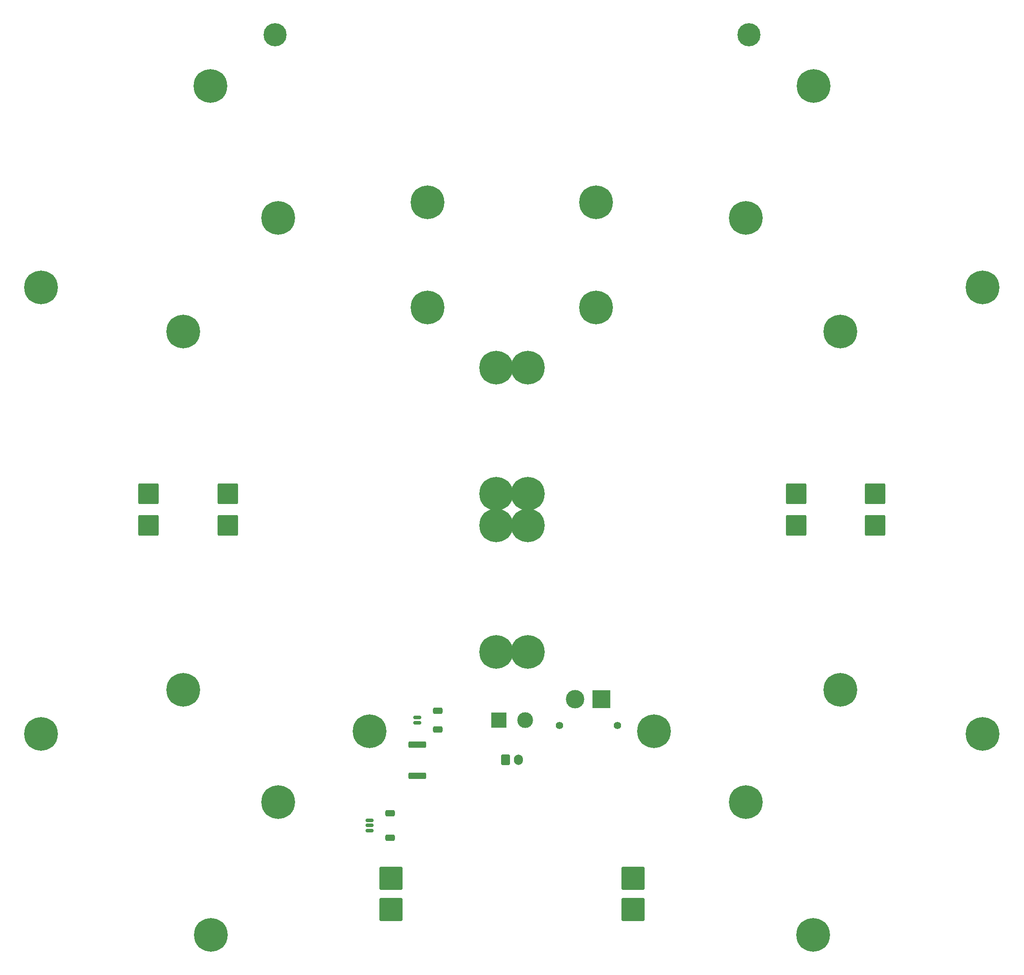
<source format=gts>
G04 #@! TF.GenerationSoftware,KiCad,Pcbnew,7.0.9*
G04 #@! TF.CreationDate,2024-02-22T22:19:44+08:00*
G04 #@! TF.ProjectId,layer2,6c617965-7232-42e6-9b69-6361645f7063,rev?*
G04 #@! TF.SameCoordinates,Original*
G04 #@! TF.FileFunction,Soldermask,Top*
G04 #@! TF.FilePolarity,Negative*
%FSLAX46Y46*%
G04 Gerber Fmt 4.6, Leading zero omitted, Abs format (unit mm)*
G04 Created by KiCad (PCBNEW 7.0.9) date 2024-02-22 22:19:44*
%MOMM*%
%LPD*%
G01*
G04 APERTURE LIST*
G04 Aperture macros list*
%AMRoundRect*
0 Rectangle with rounded corners*
0 $1 Rounding radius*
0 $2 $3 $4 $5 $6 $7 $8 $9 X,Y pos of 4 corners*
0 Add a 4 corners polygon primitive as box body*
4,1,4,$2,$3,$4,$5,$6,$7,$8,$9,$2,$3,0*
0 Add four circle primitives for the rounded corners*
1,1,$1+$1,$2,$3*
1,1,$1+$1,$4,$5*
1,1,$1+$1,$6,$7*
1,1,$1+$1,$8,$9*
0 Add four rect primitives between the rounded corners*
20,1,$1+$1,$2,$3,$4,$5,0*
20,1,$1+$1,$4,$5,$6,$7,0*
20,1,$1+$1,$6,$7,$8,$9,0*
20,1,$1+$1,$8,$9,$2,$3,0*%
G04 Aperture macros list end*
%ADD10RoundRect,0.250000X-0.600000X-0.750000X0.600000X-0.750000X0.600000X0.750000X-0.600000X0.750000X0*%
%ADD11O,1.700000X2.000000*%
%ADD12RoundRect,0.150000X0.625000X-0.150000X0.625000X0.150000X-0.625000X0.150000X-0.625000X-0.150000X0*%
%ADD13RoundRect,0.250000X0.650000X-0.350000X0.650000X0.350000X-0.650000X0.350000X-0.650000X-0.350000X0*%
%ADD14RoundRect,0.249999X-1.950001X-1.950001X1.950001X-1.950001X1.950001X1.950001X-1.950001X1.950001X0*%
%ADD15RoundRect,0.250002X-1.699998X-1.699998X1.699998X-1.699998X1.699998X1.699998X-1.699998X1.699998X0*%
%ADD16C,6.400000*%
%ADD17R,3.000000X3.000000*%
%ADD18C,3.000000*%
%ADD19RoundRect,0.250000X-1.425000X0.362500X-1.425000X-0.362500X1.425000X-0.362500X1.425000X0.362500X0*%
%ADD20C,4.400000*%
%ADD21C,1.400000*%
%ADD22R,3.500000X3.500000*%
%ADD23C,3.500000*%
G04 APERTURE END LIST*
D10*
X123750000Y-172500000D03*
D11*
X126250000Y-172500000D03*
D12*
X107000000Y-165500000D03*
X107000000Y-164500000D03*
D13*
X110875000Y-166800000D03*
X110875000Y-163200000D03*
D14*
X148000000Y-201000000D03*
X102000000Y-195000000D03*
D15*
X194000000Y-128000000D03*
D16*
X122000000Y-98000000D03*
X122000000Y-128000000D03*
X187400000Y-91191300D03*
X152012016Y-167075539D03*
D17*
X122500000Y-165000000D03*
D18*
X127500000Y-165000000D03*
D19*
X107000000Y-169675000D03*
X107000000Y-175600000D03*
D20*
X80000000Y-34750000D03*
D16*
X97987984Y-167075539D03*
X62600000Y-159200000D03*
D21*
X145000000Y-166000000D03*
X134000000Y-166000000D03*
D22*
X142000000Y-161000000D03*
D23*
X137000000Y-161000000D03*
D16*
X128000000Y-128000000D03*
X67750000Y-44500000D03*
D15*
X71000000Y-128000000D03*
D16*
X62600000Y-91191300D03*
D12*
X98000000Y-186000000D03*
X98000000Y-185000000D03*
X98000000Y-184000000D03*
D13*
X101875000Y-187300000D03*
X101875000Y-182700000D03*
D16*
X141000000Y-86610723D03*
D20*
X170000000Y-34750000D03*
D14*
X148000000Y-195000000D03*
D16*
X80600000Y-180600000D03*
X109000000Y-66610723D03*
X80600000Y-69600000D03*
X109000000Y-86610723D03*
X35600000Y-82800000D03*
D15*
X179000000Y-122000000D03*
D16*
X169400000Y-180600000D03*
D15*
X194000000Y-122000000D03*
D16*
X214400000Y-82800000D03*
X169400000Y-69600000D03*
D15*
X56000000Y-122000000D03*
D16*
X214400000Y-167600000D03*
X35600000Y-167600000D03*
D15*
X71000000Y-122000000D03*
D16*
X67800000Y-205800000D03*
X182250000Y-44500000D03*
X141000000Y-66610723D03*
X187400000Y-159200000D03*
X128000000Y-122000000D03*
X128000000Y-152000000D03*
D15*
X179000000Y-128000000D03*
D16*
X122000000Y-122000000D03*
X128000000Y-98000000D03*
D14*
X102000000Y-201000000D03*
D16*
X122000000Y-152000000D03*
X182200000Y-205800000D03*
D15*
X56000000Y-128000000D03*
M02*

</source>
